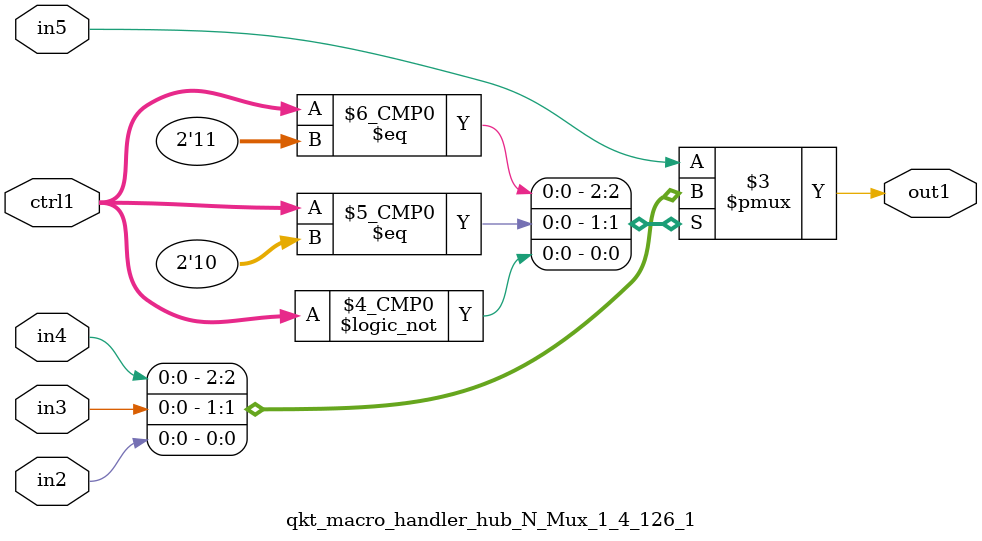
<source format=v>

`timescale 1ps / 1ps


module qkt_macro_handler_hub_N_Mux_1_4_126_1( in5, in4, in3, in2, ctrl1, out1 );

    input in5;
    input in4;
    input in3;
    input in2;
    input [1:0] ctrl1;
    output out1;
    reg out1;

    
    // rtl_process:qkt_macro_handler_hub_N_Mux_1_4_126_1/qkt_macro_handler_hub_N_Mux_1_4_126_1_thread_1
    always @*
      begin : qkt_macro_handler_hub_N_Mux_1_4_126_1_thread_1
        case (ctrl1) 
          2'd3: 
            begin
              out1 = in4;
            end
          2'd2: 
            begin
              out1 = in3;
            end
          2'd0: 
            begin
              out1 = in2;
            end
          default: 
            begin
              out1 = in5;
            end
        endcase
      end

endmodule


</source>
